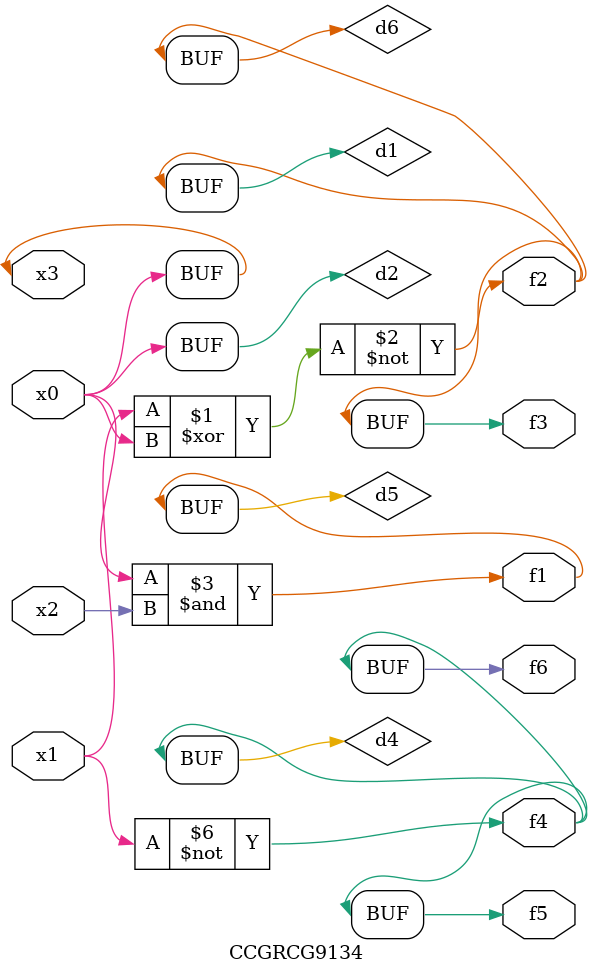
<source format=v>
module CCGRCG9134(
	input x0, x1, x2, x3,
	output f1, f2, f3, f4, f5, f6
);

	wire d1, d2, d3, d4, d5, d6;

	xnor (d1, x1, x3);
	buf (d2, x0, x3);
	nand (d3, x0, x2);
	not (d4, x1);
	nand (d5, d3);
	or (d6, d1);
	assign f1 = d5;
	assign f2 = d6;
	assign f3 = d6;
	assign f4 = d4;
	assign f5 = d4;
	assign f6 = d4;
endmodule

</source>
